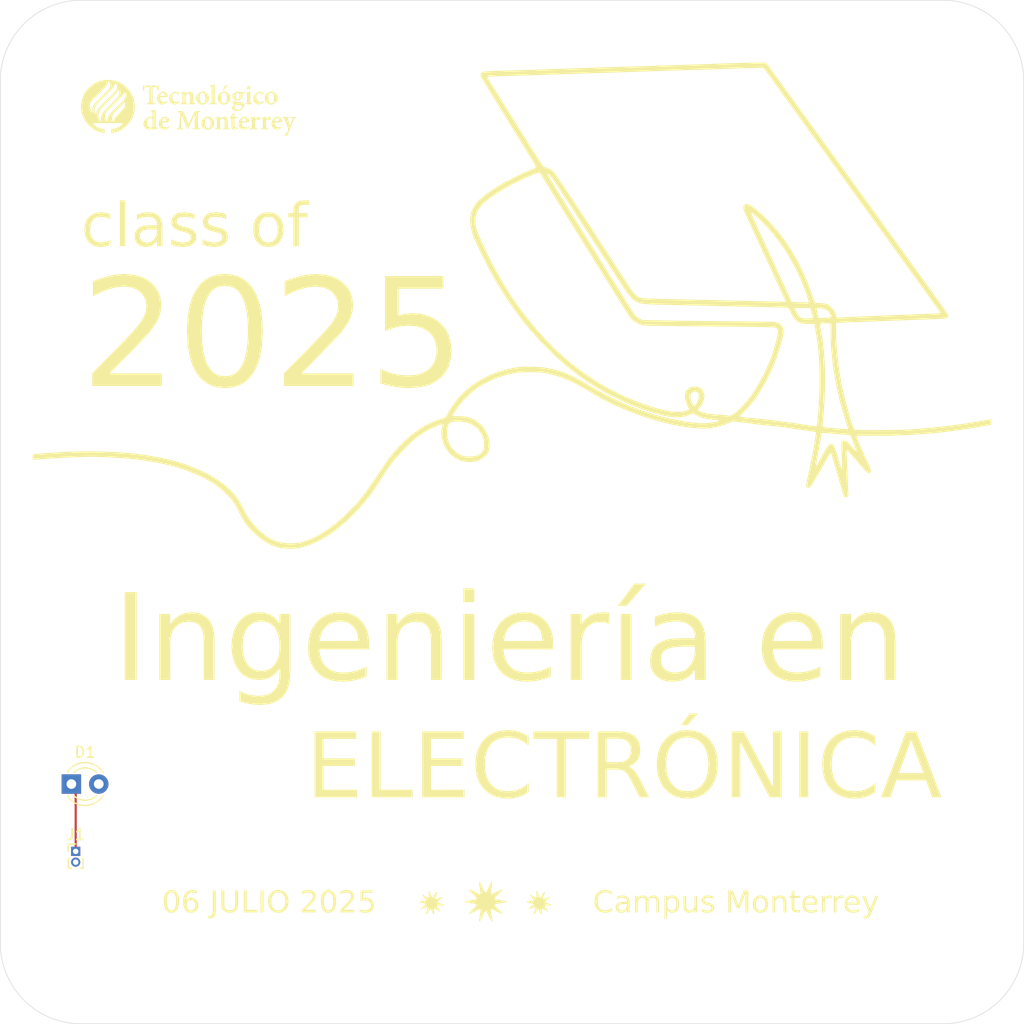
<source format=kicad_pcb>
(kicad_pcb (version 20240108) (generator "pcbnew") (generator_version "8.0")
  (layers (0 "F.Cu" signal) (31 "B.Cu" signal) (34 "B.Paste" user) (35 "F.Paste" user) (36 "B.SilkS" user "B.Silkscreen") (37 "F.SilkS" user "F.Silkscreen") (38 "B.Mask" user) (39 "F.Mask" user) (44 "Edge.Cuts" user))
  (net 0 "")
  (net 2 "Net-(D1-K)")
  (footprint "LOGO" (layer "F.Cu") (at 82.5 60)
    (property "Reference" "G***" (hide yes))
    (property "Value" "LOGO" (hide yes))
  )
  (footprint "Connector_PinHeader_1.00mm:PinHeader_1x02_P1.00mm_Vertical" (layer "F.Cu") (at 72 129)
    (property "Reference" "J1" (at 0 -1.56 0) (layer "F.SilkS"))
    (property "Value" "Conn_01x02_Pin")
    (pad "1" thru_hole rect (at 0 0) (size 0.85 0.85) (drill 0.5) (layers "*.Cu" "*.Mask") (net 2 "Net-(D1-K)"))
    (pad "2" thru_hole oval (at 0 1) (size 0.85 0.85) (drill 0.5) (layers "*.Cu" "*.Mask"))
  )
  (footprint "LOGO" (layer "F.Cu") (at 112.5 77.5)
    (property "Reference" "G***" (hide yes))
    (property "Value" "LOGO" (hide yes))
  )
  (footprint "LOGO" (layer "F.Cu") (at 110 135)
    (property "Reference" "G***" (hide yes))
    (property "Value" "LOGO" (hide yes))
  )
  (footprint "LED_THT:LED_D3.0mm" (layer "F.Cu") (at 71.6 122.75)
    (property "Reference" "D1" (at 1.27 -2.96 0) (layer "F.SilkS"))
    (property "Value" "LED")
    (pad "1" thru_hole rect (at 0 0) (size 1.8 1.8) (drill 0.9) (layers "*.Cu" "*.Mask") (net 2 "Net-(D1-K)"))
    (pad "2" thru_hole circle (at 2.54 0) (size 1.8 1.8) (drill 0.9) (layers "*.Cu" "*.Mask"))
  )
  (gr_arc (start 65 57.5) (mid 67.196699 52.196699) (end 72.5 50) (stroke (width 0.05)) (layer "Edge.Cuts"))
  (gr_arc (start 72.5 145) (mid 67.196699 142.803301) (end 65 137.5) (stroke (width 0.05)) (layer "Edge.Cuts"))
  (gr_arc (start 152.5 50) (mid 157.803301 52.196699) (end 160 57.5) (stroke (width 0.05)) (layer "Edge.Cuts"))
  (gr_arc (start 160 137.5) (mid 157.803301 142.803301) (end 152.5 145) (stroke (width 0.05)) (layer "Edge.Cuts"))
  (gr_line (start 65 137.5) (end 65 57.5) (stroke (width 0.05)) (layer "Edge.Cuts"))
  (gr_line (start 160 57.5) (end 160 137.5) (stroke (width 0.05)) (layer "Edge.Cuts"))
  (gr_line (start 152.5 145) (end 72.5 145) (stroke (width 0.05)) (layer "Edge.Cuts"))
  (gr_line (start 72.5 50) (end 152.5 50) (stroke (width 0.05)) (layer "Edge.Cuts"))
  (gr_text "Ingeniería en " (at 75.45 114.45 0) (layer "F.SilkS") (effects (font (size 8 8) (thickness 0.1)) (justify left bottom)))
  (gr_text "class of" (at 72.5 73.5 0) (layer "F.SilkS") (effects (font (size 4 4)) (justify left bottom)))
  (gr_text "06 JULIO 2025" (at 80 135 0) (layer "F.SilkS") (effects (font (size 2 2) (thickness 0.1)) (justify left bottom)))
  (gr_text "ELECTRÓNICA" (at 93.35 125 0) (layer "F.SilkS") (effects (font (size 6 6) (thickness 0.1)) (justify left bottom)))
  (gr_text "Campus Monterrey" (at 120 135 0) (layer "F.SilkS") (effects (font (size 2 2) (thickness 0.1)) (justify left bottom)))
  (gr_text "2025" (at 72.5 87.5 0) (layer "F.SilkS") (effects (font (size 10 10) (thickness 0.1)) (justify left bottom)))
  (segment (start 72 129) (end 72 123.15) (width 0.2) (layer "F.Cu") (net 2))
  (segment (start 72 123.15) (end 71.6 122.75) (width 0.2) (layer "F.Cu") (net 2))
)
</source>
